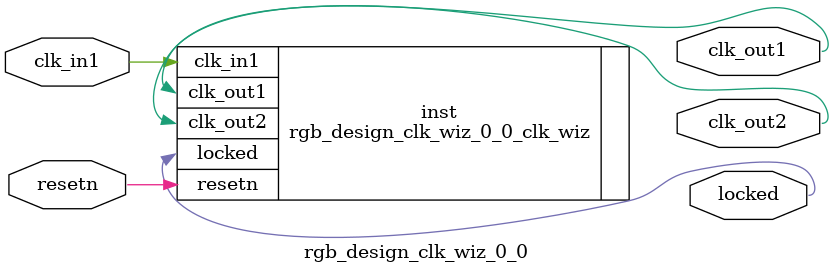
<source format=v>


`timescale 1ps/1ps

(* CORE_GENERATION_INFO = "rgb_design_clk_wiz_0_0,clk_wiz_v6_0_11_0_0,{component_name=rgb_design_clk_wiz_0_0,use_phase_alignment=true,use_min_o_jitter=false,use_max_i_jitter=false,use_dyn_phase_shift=false,use_inclk_switchover=false,use_dyn_reconfig=false,enable_axi=0,feedback_source=FDBK_AUTO,PRIMITIVE=MMCM,num_out_clk=2,clkin1_period=10.000,clkin2_period=10.000,use_power_down=false,use_reset=true,use_locked=true,use_inclk_stopped=false,feedback_type=SINGLE,CLOCK_MGR_TYPE=NA,manual_override=false}" *)

module rgb_design_clk_wiz_0_0 
 (
  // Clock out ports
  output        clk_out1,
  output        clk_out2,
  // Status and control signals
  input         resetn,
  output        locked,
 // Clock in ports
  input         clk_in1
 );

  rgb_design_clk_wiz_0_0_clk_wiz inst
  (
  // Clock out ports  
  .clk_out1(clk_out1),
  .clk_out2(clk_out2),
  // Status and control signals               
  .resetn(resetn), 
  .locked(locked),
 // Clock in ports
  .clk_in1(clk_in1)
  );

endmodule

</source>
